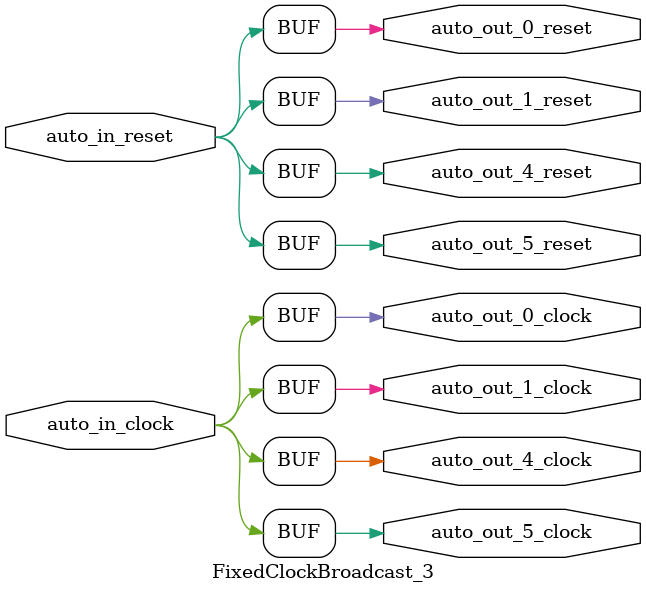
<source format=sv>
`ifndef RANDOMIZE
  `ifdef RANDOMIZE_REG_INIT
    `define RANDOMIZE
  `endif // RANDOMIZE_REG_INIT
`endif // not def RANDOMIZE
`ifndef RANDOMIZE
  `ifdef RANDOMIZE_MEM_INIT
    `define RANDOMIZE
  `endif // RANDOMIZE_MEM_INIT
`endif // not def RANDOMIZE

`ifndef RANDOM
  `define RANDOM $random
`endif // not def RANDOM

// Users can define 'PRINTF_COND' to add an extra gate to prints.
`ifndef PRINTF_COND_
  `ifdef PRINTF_COND
    `define PRINTF_COND_ (`PRINTF_COND)
  `else  // PRINTF_COND
    `define PRINTF_COND_ 1
  `endif // PRINTF_COND
`endif // not def PRINTF_COND_

// Users can define 'ASSERT_VERBOSE_COND' to add an extra gate to assert error printing.
`ifndef ASSERT_VERBOSE_COND_
  `ifdef ASSERT_VERBOSE_COND
    `define ASSERT_VERBOSE_COND_ (`ASSERT_VERBOSE_COND)
  `else  // ASSERT_VERBOSE_COND
    `define ASSERT_VERBOSE_COND_ 1
  `endif // ASSERT_VERBOSE_COND
`endif // not def ASSERT_VERBOSE_COND_

// Users can define 'STOP_COND' to add an extra gate to stop conditions.
`ifndef STOP_COND_
  `ifdef STOP_COND
    `define STOP_COND_ (`STOP_COND)
  `else  // STOP_COND
    `define STOP_COND_ 1
  `endif // STOP_COND
`endif // not def STOP_COND_

// Users can define INIT_RANDOM as general code that gets injected into the
// initializer block for modules with registers.
`ifndef INIT_RANDOM
  `define INIT_RANDOM
`endif // not def INIT_RANDOM

// If using random initialization, you can also define RANDOMIZE_DELAY to
// customize the delay used, otherwise 0.002 is used.
`ifndef RANDOMIZE_DELAY
  `define RANDOMIZE_DELAY 0.002
`endif // not def RANDOMIZE_DELAY

// Define INIT_RANDOM_PROLOG_ for use in our modules below.
`ifndef INIT_RANDOM_PROLOG_
  `ifdef RANDOMIZE
    `ifdef VERILATOR
      `define INIT_RANDOM_PROLOG_ `INIT_RANDOM
    `else  // VERILATOR
      `define INIT_RANDOM_PROLOG_ `INIT_RANDOM #`RANDOMIZE_DELAY begin end
    `endif // VERILATOR
  `else  // RANDOMIZE
    `define INIT_RANDOM_PROLOG_
  `endif // RANDOMIZE
`endif // not def INIT_RANDOM_PROLOG_

module FixedClockBroadcast_3(
  input  auto_in_clock,
         auto_in_reset,
  output auto_out_5_clock,
         auto_out_5_reset,
         auto_out_4_clock,
         auto_out_4_reset,
         auto_out_1_clock,
         auto_out_1_reset,
         auto_out_0_clock,
         auto_out_0_reset
);

  assign auto_out_5_clock = auto_in_clock;
  assign auto_out_5_reset = auto_in_reset;
  assign auto_out_4_clock = auto_in_clock;
  assign auto_out_4_reset = auto_in_reset;
  assign auto_out_1_clock = auto_in_clock;
  assign auto_out_1_reset = auto_in_reset;
  assign auto_out_0_clock = auto_in_clock;
  assign auto_out_0_reset = auto_in_reset;
endmodule


</source>
